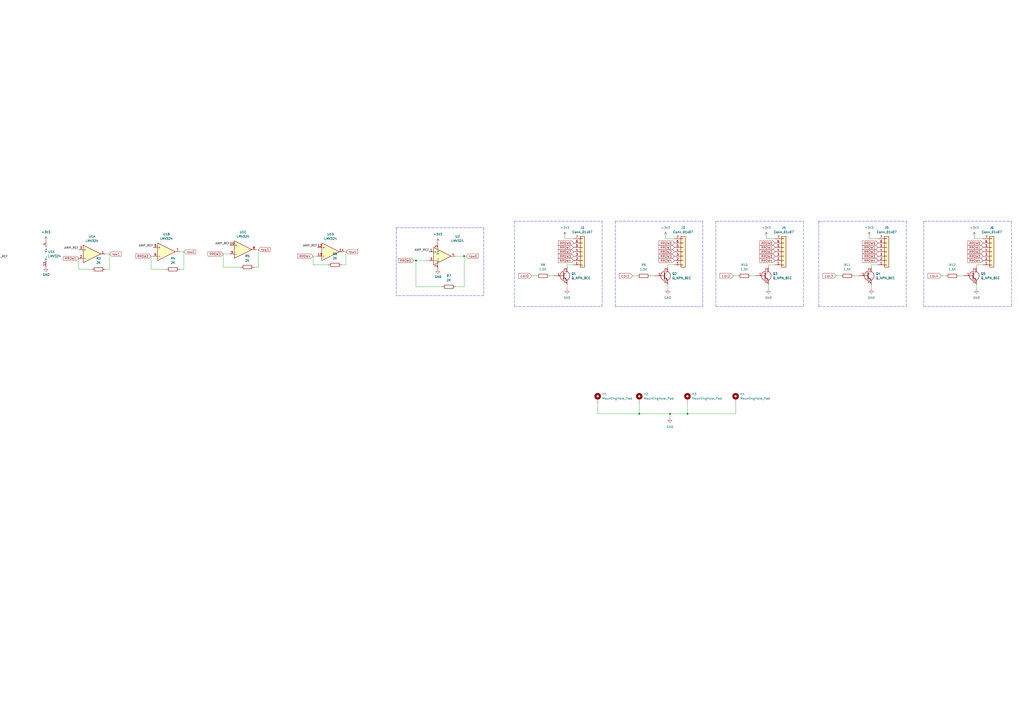
<source format=kicad_sch>
(kicad_sch (version 20211123) (generator eeschema)
  (paper "A2")
  (lib_symbols
    (symbol "Amplifier_Operational:LMV321" (pin_names (offset 0.127))
      (property "Reference" "U" (at 0 5.08 0))
      (property "Value" "LMV321" (at 0 -5.08 0))
      (symbol "LMV321_0_1"
        (polyline (pts (xy -5.08 5.08) (xy 5.08 0) (xy -5.08 -5.08) (xy -5.08 5.08)) (stroke (width 0.254)) (fill (type background)))
        (pin power_in line (at -2.54 -7.62 90) (length 3.81) (name "V-") (number "2"))
        (pin power_in line (at -2.54 7.62 270) (length 3.81) (name "V+") (number "5"))
      )
      (symbol "LMV321_1_1"
        (pin input line (at -7.62 2.54 0) (length 2.54) (name "+") (number "1"))
        (pin input line (at -7.62 -2.54 0) (length 2.54) (name "-") (number "3"))
        (pin output line (at 7.62 0 180) (length 2.54) (name "~") (number "4"))
      )
    )
    (symbol "Amplifier_Operational:LMV324" (pin_names (offset 0.127))
      (property "Reference" "U" (at 0 5.08 0))
      (property "Value" "LMV324" (at 0 -5.08 0))
      (symbol "LMV324_1_1"
        (polyline (pts (xy -5.08 5.08) (xy 5.08 0) (xy -5.08 -5.08) (xy -5.08 5.08)) (stroke (width 0.254)) (fill (type background)))
        (pin output line (at 7.62 0 180) (length 2.54) (name "~") (number "1"))
        (pin input line (at -7.62 -2.54 0) (length 2.54) (name "-") (number "2"))
        (pin input line (at -7.62 2.54 0) (length 2.54) (name "+") (number "3"))
      )
      (symbol "LMV324_2_1"
        (polyline (pts (xy -5.08 5.08) (xy 5.08 0) (xy -5.08 -5.08) (xy -5.08 5.08)) (stroke (width 0.254)) (fill (type background)))
        (pin input line (at -7.62 2.54 0) (length 2.54) (name "+") (number "5"))
        (pin input line (at -7.62 -2.54 0) (length 2.54) (name "-") (number "6"))
        (pin output line (at 7.62 0 180) (length 2.54) (name "~") (number "7"))
      )
      (symbol "LMV324_3_1"
        (polyline (pts (xy -5.08 5.08) (xy 5.08 0) (xy -5.08 -5.08) (xy -5.08 5.08)) (stroke (width 0.254)) (fill (type background)))
        (pin input line (at -7.62 2.54 0) (length 2.54) (name "+") (number "10"))
        (pin output line (at 7.62 0 180) (length 2.54) (name "~") (number "8"))
        (pin input line (at -7.62 -2.54 0) (length 2.54) (name "-") (number "9"))
      )
      (symbol "LMV324_4_1"
        (polyline (pts (xy -5.08 5.08) (xy 5.08 0) (xy -5.08 -5.08) (xy -5.08 5.08)) (stroke (width 0.254)) (fill (type background)))
        (pin input line (at -7.62 2.54 0) (length 2.54) (name "+") (number "12"))
        (pin input line (at -7.62 -2.54 0) (length 2.54) (name "-") (number "13"))
        (pin output line (at 7.62 0 180) (length 2.54) (name "~") (number "14"))
      )
      (symbol "LMV324_5_1"
        (pin power_in line (at -2.54 -7.62 90) (length 3.81) (name "V-") (number "11"))
        (pin power_in line (at -2.54 7.62 270) (length 3.81) (name "V+") (number "4"))
      )
    )
    (symbol "Connector_Generic:Conn_01x07" (pin_names (offset 1.016) hide)
      (property "Reference" "J" (at 0 10.16 0))
      (property "Value" "Conn_01x07" (at 0 -10.16 0))
      (symbol "Conn_01x07_1_1"
        (rectangle (start -1.27 -7.493) (end 0 -7.747) (stroke (width 0.1524)))
        (rectangle (start -1.27 -4.953) (end 0 -5.207) (stroke (width 0.1524)))
        (rectangle (start -1.27 -2.413) (end 0 -2.667) (stroke (width 0.1524)))
        (rectangle (start -1.27 0.127) (end 0 -0.127) (stroke (width 0.1524)))
        (rectangle (start -1.27 2.667) (end 0 2.413) (stroke (width 0.1524)))
        (rectangle (start -1.27 5.207) (end 0 4.953) (stroke (width 0.1524)))
        (rectangle (start -1.27 7.747) (end 0 7.493) (stroke (width 0.1524)))
        (rectangle (start -1.27 8.89) (end 1.27 -8.89) (stroke (width 0.254)) (fill (type background)))
        (pin passive line (at -5.08 7.62 0) (length 3.81) (name "Pin_1") (number "1"))
        (pin passive line (at -5.08 5.08 0) (length 3.81) (name "Pin_2") (number "2"))
        (pin passive line (at -5.08 2.54 0) (length 3.81) (name "Pin_3") (number "3"))
        (pin passive line (at -5.08 0 0) (length 3.81) (name "Pin_4") (number "4"))
        (pin passive line (at -5.08 -2.54 0) (length 3.81) (name "Pin_5") (number "5"))
        (pin passive line (at -5.08 -5.08 0) (length 3.81) (name "Pin_6") (number "6"))
        (pin passive line (at -5.08 -7.62 0) (length 3.81) (name "Pin_7") (number "7"))
      )
    )
    (symbol "Connector_Generic:Conn_02x07_Odd_Even" (pin_names (offset 1.016) hide)
      (property "Reference" "J" (at 1.27 10.16 0))
      (property "Value" "Conn_02x07_Odd_Even" (at 1.27 -10.16 0))
      (symbol "Conn_02x07_Odd_Even_1_1"
        (rectangle (start -1.27 -7.493) (end 0 -7.747) (stroke (width 0.1524)))
        (rectangle (start -1.27 -4.953) (end 0 -5.207) (stroke (width 0.1524)))
        (rectangle (start -1.27 -2.413) (end 0 -2.667) (stroke (width 0.1524)))
        (rectangle (start -1.27 0.127) (end 0 -0.127) (stroke (width 0.1524)))
        (rectangle (start -1.27 2.667) (end 0 2.413) (stroke (width 0.1524)))
        (rectangle (start -1.27 5.207) (end 0 4.953) (stroke (width 0.1524)))
        (rectangle (start -1.27 7.747) (end 0 7.493) (stroke (width 0.1524)))
        (rectangle (start -1.27 8.89) (end 3.81 -8.89) (stroke (width 0.254)) (fill (type background)))
        (rectangle (start 3.81 -7.493) (end 2.54 -7.747) (stroke (width 0.1524)))
        (rectangle (start 3.81 -4.953) (end 2.54 -5.207) (stroke (width 0.1524)))
        (rectangle (start 3.81 -2.413) (end 2.54 -2.667) (stroke (width 0.1524)))
        (rectangle (start 3.81 0.127) (end 2.54 -0.127) (stroke (width 0.1524)))
        (rectangle (start 3.81 2.667) (end 2.54 2.413) (stroke (width 0.1524)))
        (rectangle (start 3.81 5.207) (end 2.54 4.953) (stroke (width 0.1524)))
        (rectangle (start 3.81 7.747) (end 2.54 7.493) (stroke (width 0.1524)))
        (pin passive line (at -5.08 7.62 0) (length 3.81) (name "Pin_1") (number "1"))
        (pin passive line (at 7.62 -2.54 180) (length 3.81) (name "Pin_10") (number "10"))
        (pin passive line (at -5.08 -5.08 0) (length 3.81) (name "Pin_11") (number "11"))
        (pin passive line (at 7.62 -5.08 180) (length 3.81) (name "Pin_12") (number "12"))
        (pin passive line (at -5.08 -7.62 0) (length 3.81) (name "Pin_13") (number "13"))
        (pin passive line (at 7.62 -7.62 180) (length 3.81) (name "Pin_14") (number "14"))
        (pin passive line (at 7.62 7.62 180) (length 3.81) (name "Pin_2") (number "2"))
        (pin passive line (at -5.08 5.08 0) (length 3.81) (name "Pin_3") (number "3"))
        (pin passive line (at 7.62 5.08 180) (length 3.81) (name "Pin_4") (number "4"))
        (pin passive line (at -5.08 2.54 0) (length 3.81) (name "Pin_5") (number "5"))
        (pin passive line (at 7.62 2.54 180) (length 3.81) (name "Pin_6") (number "6"))
        (pin passive line (at -5.08 0 0) (length 3.81) (name "Pin_7") (number "7"))
        (pin passive line (at 7.62 0 180) (length 3.81) (name "Pin_8") (number "8"))
        (pin passive line (at -5.08 -2.54 0) (length 3.81) (name "Pin_9") (number "9"))
      )
    )
    (symbol "Device:Q_NPN_BEC" (pin_names (offset 0) hide)
      (property "Reference" "Q" (at 5.08 1.27 0))
      (property "Value" "Q_NPN_BEC" (at 5.08 -1.27 0))
      (symbol "Q_NPN_BEC_0_1"
        (polyline (pts (xy 0.635 0.635) (xy 2.54 2.54)))
        (polyline (pts (xy 0.635 -0.635) (xy 2.54 -2.54) (xy 2.54 -2.54)))
        (polyline (pts (xy 0.635 1.905) (xy 0.635 -1.905) (xy 0.635 -1.905)) (stroke (width 0.508)))
        (polyline (pts (xy 1.27 -1.778) (xy 1.778 -1.27) (xy 2.286 -2.286) (xy 1.27 -1.778) (xy 1.27 -1.778)) (fill (type outline)))
        (circle (center 1.27 0) (radius 2.8194) (stroke (width 0.254)))
      )
      (symbol "Q_NPN_BEC_1_1"
        (pin input line (at -5.08 0 0) (length 5.715) (name "B") (number "1"))
        (pin passive line (at 2.54 -5.08 90) (length 2.54) (name "E") (number "2"))
        (pin passive line (at 2.54 5.08 270) (length 2.54) (name "C") (number "3"))
      )
    )
    (symbol "Device:R" (pin_numbers hide) (pin_names (offset 0))
      (property "Reference" "R" (at 2.032 0 90))
      (property "Value" "R" (at 0 0 90))
      (symbol "R_0_1"
        (rectangle (start -1.016 -2.54) (end 1.016 2.54) (stroke (width 0.254)))
      )
      (symbol "R_1_1"
        (pin passive line (at 0 3.81 270) (length 1.27) (name "~") (number "1"))
        (pin passive line (at 0 -3.81 90) (length 1.27) (name "~") (number "2"))
      )
    )
    (symbol "Device:R_Small" (pin_numbers hide) (pin_names (offset 0.254) hide)
      (property "Reference" "R" (at 0.762 0.508 0))
      (property "Value" "R_Small" (at 0.762 -1.016 0))
      (symbol "R_Small_0_1"
        (rectangle (start -0.762 1.778) (end 0.762 -1.778) (stroke (width 0.2032)))
      )
      (symbol "R_Small_1_1"
        (pin passive line (at 0 2.54 270) (length 0.762) (name "~") (number "1"))
        (pin passive line (at 0 -2.54 90) (length 0.762) (name "~") (number "2"))
      )
    )
    (symbol "Mechanical:MountingHole_Pad" (pin_numbers hide) (pin_names (offset 1.016) hide)
      (property "Reference" "H" (at 0 6.35 0))
      (property "Value" "MountingHole_Pad" (at 0 4.445 0))
      (symbol "MountingHole_Pad_0_1"
        (circle (center 0 1.27) (radius 1.27) (stroke (width 1.27)))
      )
      (symbol "MountingHole_Pad_1_1"
        (pin input line (at 0 -2.54 90) (length 2.54) (name "1") (number "1"))
      )
    )
    (symbol "power:+3.3V" (power) (pin_names (offset 0))
      (property "Value" "+3.3V" (at 0 3.556 0))
      (symbol "+3.3V_0_1"
        (polyline (pts (xy -0.762 1.27) (xy 0 2.54)))
        (polyline (pts (xy 0 0) (xy 0 2.54)))
        (polyline (pts (xy 0 2.54) (xy 0.762 1.27)))
      )
      (symbol "+3.3V_1_1"
        (pin power_in line (at 0 0 90) (length 0) hide (name "+3V3") (number "1"))
      )
    )
    (symbol "power:GND" (power) (pin_names (offset 0))
      (property "Value" "GND" (at 0 -3.81 0))
      (symbol "GND_0_1"
        (polyline (pts (xy 0 0) (xy 0 -1.27) (xy 1.27 -1.27) (xy 0 -2.54) (xy -1.27 -1.27) (xy 0 -1.27)))
      )
      (symbol "GND_1_1"
        (pin power_in line (at 0 0 270) (length 0) hide (name "GND") (number "1"))
      )
    )
  )
  (junction (at 398.78 240.03))
  (junction (at 241.3 151.13))
  (junction (at 269.24 148.59))
  (junction (at 370.84 240.03))
  (junction (at -8.89 149.86))
  (junction (at 388.62 240.03))
  (polyline (pts (xy 474.98 177.8) (xy 525.78 177.8)))
  (wire (pts (xy 184.15 148.59) (xy 181.61 148.59)))
  (wire (pts (xy 332.74 153.67) (xy 328.93 153.67)))
  (wire (pts (xy 346.71 233.68) (xy 346.71 240.03)))
  (wire (pts (xy 149.86 154.94) (xy 147.32 154.94)))
  (wire (pts (xy 566.42 165.1) (xy 566.42 167.64)))
  (wire (pts (xy 256.54 166.37) (xy 241.3 166.37)))
  (polyline (pts (xy 474.98 128.27) (xy 525.78 128.27)))
  (polyline (pts (xy 586.74 177.8) (xy 586.74 128.27)))
  (wire (pts (xy 264.16 166.37) (xy 269.24 166.37)))
  (polyline (pts (xy 415.29 128.27) (xy 466.09 128.27)))
  (wire (pts (xy 241.3 151.13) (xy 248.92 151.13)))
  (polyline (pts (xy 535.94 128.27) (xy 586.74 128.27)))
  (polyline (pts (xy 356.87 128.27) (xy 407.67 128.27)))
  (polyline (pts (xy 356.87 128.27) (xy 356.87 177.8)))
  (wire (pts (xy 504.19 138.43) (xy 509.27 138.43)))
  (wire (pts (xy -8.89 139.7) (xy -8.89 142.24)))
  (wire (pts (xy 449.58 153.67) (xy 445.77 153.67)))
  (wire (pts (xy 565.15 137.16) (xy 565.15 138.43)))
  (wire (pts (xy 240.03 151.13) (xy 241.3 151.13)))
  (wire (pts (xy 106.68 146.05) (xy 104.14 146.05)))
  (wire (pts (xy 87.63 156.21) (xy 96.52 156.21)))
  (polyline (pts (xy 280.67 171.45) (xy 229.87 171.45)))
  (polyline (pts (xy 229.87 132.08) (xy 229.87 171.45)))
  (wire (pts (xy 485.14 160.02) (xy 487.68 160.02)))
  (wire (pts (xy 445.77 165.1) (xy 445.77 167.64)))
  (wire (pts (xy 181.61 153.67) (xy 190.5 153.67)))
  (wire (pts (xy 426.72 240.03) (xy 426.72 233.68)))
  (wire (pts (xy 106.68 156.21) (xy 106.68 146.05)))
  (wire (pts (xy -81.28 147.32) (xy -71.12 147.32)))
  (wire (pts (xy 88.9 148.59) (xy 87.63 148.59)))
  (wire (pts (xy 377.19 160.02) (xy 379.73 160.02)))
  (wire (pts (xy 391.16 153.67) (xy 387.35 153.67)))
  (wire (pts (xy 435.61 160.02) (xy 438.15 160.02)))
  (polyline (pts (xy 349.25 177.8) (xy 349.25 128.27)))
  (wire (pts (xy 505.46 153.67) (xy 505.46 154.94)))
  (wire (pts (xy 200.66 146.05) (xy 200.66 153.67)))
  (wire (pts (xy 398.78 233.68) (xy 398.78 240.03)))
  (wire (pts (xy 269.24 166.37) (xy 269.24 148.59)))
  (wire (pts (xy 566.42 153.67) (xy 566.42 154.94)))
  (wire (pts (xy 327.66 137.16) (xy 327.66 138.43)))
  (wire (pts (xy 133.35 147.32) (xy 129.54 147.32)))
  (wire (pts (xy 388.62 240.03) (xy 388.62 242.57)))
  (wire (pts (xy 149.86 144.78) (xy 149.86 154.94)))
  (polyline (pts (xy 525.78 177.8) (xy 525.78 128.27)))
  (wire (pts (xy 398.78 240.03) (xy 426.72 240.03)))
  (polyline (pts (xy 356.87 177.8) (xy 407.67 177.8)))
  (wire (pts (xy 181.61 148.59) (xy 181.61 153.67)))
  (polyline (pts (xy 466.09 177.8) (xy 466.09 128.27)))
  (wire (pts (xy 444.5 138.43) (xy 449.58 138.43)))
  (wire (pts (xy 308.61 160.02) (xy 311.15 160.02)))
  (wire (pts (xy -81.28 152.4) (xy -71.12 152.4)))
  (wire (pts (xy 199.39 146.05) (xy 200.66 146.05)))
  (wire (pts (xy -49.53 142.24) (xy -49.53 137.16)))
  (wire (pts (xy 327.66 138.43) (xy 332.74 138.43)))
  (polyline (pts (xy 415.29 177.8) (xy 466.09 177.8)))
  (wire (pts (xy 367.03 160.02) (xy 369.57 160.02)))
  (wire (pts (xy 318.77 160.02) (xy 321.31 160.02)))
  (polyline (pts (xy 535.94 177.8) (xy 586.74 177.8)))
  (wire (pts (xy 565.15 138.43) (xy 570.23 138.43)))
  (wire (pts (xy 387.35 153.67) (xy 387.35 154.94)))
  (wire (pts (xy 387.35 165.1) (xy 387.35 167.64)))
  (polyline (pts (xy 415.29 128.27) (xy 415.29 177.8)))
  (wire (pts (xy 509.27 153.67) (xy 505.46 153.67)))
  (wire (pts (xy 425.45 160.02) (xy 427.99 160.02)))
  (wire (pts (xy 495.3 160.02) (xy 497.84 160.02)))
  (wire (pts (xy 370.84 240.03) (xy 388.62 240.03)))
  (wire (pts (xy 445.77 153.67) (xy 445.77 154.94)))
  (wire (pts (xy 370.84 233.68) (xy 370.84 240.03)))
  (wire (pts (xy -49.53 152.4) (xy -58.42 152.4)))
  (polyline (pts (xy 298.45 128.27) (xy 349.25 128.27)))
  (wire (pts (xy -8.89 149.86) (xy -8.89 151.13)))
  (wire (pts (xy -82.55 142.24) (xy -82.55 137.16)))
  (wire (pts (xy -8.89 147.32) (xy -8.89 149.86)))
  (wire (pts (xy 386.08 138.43) (xy 391.16 138.43)))
  (wire (pts (xy 328.93 153.67) (xy 328.93 154.94)))
  (wire (pts (xy 505.46 165.1) (xy 505.46 167.64)))
  (polyline (pts (xy 407.67 177.8) (xy 407.67 128.27)))
  (wire (pts (xy 148.59 144.78) (xy 149.86 144.78)))
  (polyline (pts (xy 280.67 132.08) (xy 280.67 171.45)))
  (wire (pts (xy 45.72 156.21) (xy 53.34 156.21)))
  (wire (pts (xy 200.66 153.67) (xy 198.12 153.67)))
  (wire (pts (xy -71.12 142.24) (xy -82.55 142.24)))
  (wire (pts (xy 87.63 148.59) (xy 87.63 156.21)))
  (wire (pts (xy 63.5 147.32) (xy 63.5 156.21)))
  (wire (pts (xy 386.08 137.16) (xy 386.08 138.43)))
  (wire (pts (xy 269.24 148.59) (xy 270.51 148.59)))
  (wire (pts (xy -8.89 149.86) (xy -3.81 149.86)))
  (wire (pts (xy 388.62 240.03) (xy 398.78 240.03)))
  (polyline (pts (xy 535.94 128.27) (xy 535.94 177.8)))
  (wire (pts (xy 444.5 137.16) (xy 444.5 138.43)))
  (wire (pts (xy 129.54 154.94) (xy 139.7 154.94)))
  (wire (pts (xy -50.8 147.32) (xy -58.42 147.32)))
  (wire (pts (xy 546.1 160.02) (xy 548.64 160.02)))
  (wire (pts (xy 346.71 240.03) (xy 370.84 240.03)))
  (polyline (pts (xy 298.45 128.27) (xy 298.45 177.8)))
  (polyline (pts (xy 229.87 132.08) (xy 280.67 132.08)))
  (wire (pts (xy 328.93 165.1) (xy 328.93 167.64)))
  (wire (pts (xy 45.72 149.86) (xy 45.72 156.21)))
  (wire (pts (xy 104.14 156.21) (xy 106.68 156.21)))
  (wire (pts (xy -58.42 142.24) (xy -49.53 142.24)))
  (polyline (pts (xy 474.98 128.27) (xy 474.98 177.8)))
  (wire (pts (xy 264.16 148.59) (xy 269.24 148.59)))
  (wire (pts (xy 241.3 166.37) (xy 241.3 151.13)))
  (wire (pts (xy 570.23 153.67) (xy 566.42 153.67)))
  (wire (pts (xy 60.96 147.32) (xy 63.5 147.32)))
  (wire (pts (xy 63.5 156.21) (xy 60.96 156.21)))
  (polyline (pts (xy 298.45 177.8) (xy 349.25 177.8)))
  (wire (pts (xy 504.19 137.16) (xy 504.19 138.43)))
  (wire (pts (xy 129.54 147.32) (xy 129.54 154.94)))
  (wire (pts (xy 556.26 160.02) (xy 558.8 160.02)))
  (label "AMP_REF" (at 88.9 143.51 180))
  (label "AMP_REF" (at -3.81 149.86 0))
  (label "AMP_REF" (at 45.72 144.78 180))
  (label "AMP_REF" (at 133.35 142.24 180))
  (label "AMP_REF" (at 184.15 143.51 180))
  (label "AMP_REF" (at 248.92 146.05 180))
  (global_label "row0" (shape input) (at -58.42 144.78 0) (property "Intersheet References" "${INTERSHEET_REFS}" (effects hide)))
  (global_label "RROW4" (shape input) (at 509.27 151.13 180) (property "Intersheet References" "${INTERSHEET_REFS}" (effects hide)))
  (global_label "col0" (shape input) (at -71.12 144.78 180) (effects (font (size 1.524 1.524))) (property "Intersheet References" "${INTERSHEET_REFS}" (effects hide)))
  (global_label "RROW2" (shape input) (at 509.27 146.05 180) (property "Intersheet References" "${INTERSHEET_REFS}" (effects hide)))
  (global_label "row0" (shape input) (at 270.51 148.59 0) (property "Intersheet References" "${INTERSHEET_REFS}" (effects hide)))
  (global_label "RROW1" (shape input) (at 45.72 149.86 180) (property "Intersheet References" "${INTERSHEET_REFS}" (effects hide)))
  (global_label "RROW1" (shape input) (at 449.58 143.51 180) (property "Intersheet References" "${INTERSHEET_REFS}" (effects hide)))
  (global_label "RROW0" (shape input) (at 332.74 140.97 180) (property "Intersheet References" "${INTERSHEET_REFS}" (effects hide)))
  (global_label "RROW2" (shape input) (at 391.16 146.05 180) (property "Intersheet References" "${INTERSHEET_REFS}" (effects hide)))
  (global_label "col2" (shape input) (at 425.45 160.02 180) (effects (font (size 1.524 1.524))) (property "Intersheet References" "${INTERSHEET_REFS}" (effects hide)))
  (global_label "RROW4" (shape input) (at 570.23 151.13 180) (property "Intersheet References" "${INTERSHEET_REFS}" (effects hide)))
  (global_label "RROW0" (shape input) (at 391.16 140.97 180) (property "Intersheet References" "${INTERSHEET_REFS}" (effects hide)))
  (global_label "col2" (shape input) (at -71.12 149.86 180) (effects (font (size 1.524 1.524))) (property "Intersheet References" "${INTERSHEET_REFS}" (effects hide)))
  (global_label "RROW3" (shape input) (at 129.54 147.32 180) (property "Intersheet References" "${INTERSHEET_REFS}" (effects hide)))
  (global_label "RROW0" (shape input) (at 449.58 140.97 180) (property "Intersheet References" "${INTERSHEET_REFS}" (effects hide)))
  (global_label "RROW0" (shape input) (at 570.23 140.97 180) (property "Intersheet References" "${INTERSHEET_REFS}" (effects hide)))
  (global_label "row1" (shape input) (at -58.42 149.86 0) (property "Intersheet References" "${INTERSHEET_REFS}" (effects hide)))
  (global_label "col4" (shape input) (at 546.1 160.02 180) (effects (font (size 1.524 1.524))) (property "Intersheet References" "${INTERSHEET_REFS}" (effects hide)))
  (global_label "RROW2" (shape input) (at 449.58 146.05 180) (property "Intersheet References" "${INTERSHEET_REFS}" (effects hide)))
  (global_label "RROW1" (shape input) (at 509.27 143.51 180) (property "Intersheet References" "${INTERSHEET_REFS}" (effects hide)))
  (global_label "RROW3" (shape input) (at 332.74 148.59 180) (property "Intersheet References" "${INTERSHEET_REFS}" (effects hide)))
  (global_label "col1" (shape input) (at -81.28 147.32 180) (effects (font (size 1.524 1.524))) (property "Intersheet References" "${INTERSHEET_REFS}" (effects hide)))
  (global_label "RROW1" (shape input) (at 332.74 143.51 180) (property "Intersheet References" "${INTERSHEET_REFS}" (effects hide)))
  (global_label "col1" (shape input) (at 367.03 160.02 180) (effects (font (size 1.524 1.524))) (property "Intersheet References" "${INTERSHEET_REFS}" (effects hide)))
  (global_label "RROW2" (shape input) (at 332.74 146.05 180) (property "Intersheet References" "${INTERSHEET_REFS}" (effects hide)))
  (global_label "RROW1" (shape input) (at 391.16 143.51 180) (property "Intersheet References" "${INTERSHEET_REFS}" (effects hide)))
  (global_label "RROW3" (shape input) (at 391.16 148.59 180) (property "Intersheet References" "${INTERSHEET_REFS}" (effects hide)))
  (global_label "RROW4" (shape input) (at 332.74 151.13 180) (property "Intersheet References" "${INTERSHEET_REFS}" (effects hide)))
  (global_label "row2" (shape input) (at 106.68 146.05 0) (property "Intersheet References" "${INTERSHEET_REFS}" (effects hide)))
  (global_label "row4" (shape input) (at 200.66 146.05 0) (property "Intersheet References" "${INTERSHEET_REFS}" (effects hide)))
  (global_label "RROW4" (shape input) (at 391.16 151.13 180) (property "Intersheet References" "${INTERSHEET_REFS}" (effects hide)))
  (global_label "RROW2" (shape input) (at 87.63 148.59 180) (property "Intersheet References" "${INTERSHEET_REFS}" (effects hide)))
  (global_label "RROW4" (shape input) (at 449.58 151.13 180) (property "Intersheet References" "${INTERSHEET_REFS}" (effects hide)))
  (global_label "RROW3" (shape input) (at 449.58 148.59 180) (property "Intersheet References" "${INTERSHEET_REFS}" (effects hide)))
  (global_label "row4" (shape input) (at -49.53 152.4 0) (property "Intersheet References" "${INTERSHEET_REFS}" (effects hide)))
  (global_label "col3" (shape input) (at 485.14 160.02 180) (effects (font (size 1.524 1.524))) (property "Intersheet References" "${INTERSHEET_REFS}" (effects hide)))
  (global_label "col0" (shape input) (at 308.61 160.02 180) (effects (font (size 1.524 1.524))) (property "Intersheet References" "${INTERSHEET_REFS}" (effects hide)))
  (global_label "col3" (shape input) (at -81.28 152.4 180) (effects (font (size 1.524 1.524))) (property "Intersheet References" "${INTERSHEET_REFS}" (effects hide)))
  (global_label "row3" (shape input) (at -58.42 154.94 0) (property "Intersheet References" "${INTERSHEET_REFS}" (effects hide)))
  (global_label "row3" (shape input) (at 149.86 144.78 0) (property "Intersheet References" "${INTERSHEET_REFS}" (effects hide)))
  (global_label "RROW3" (shape input) (at 509.27 148.59 180) (property "Intersheet References" "${INTERSHEET_REFS}" (effects hide)))
  (global_label "row1" (shape input) (at 63.5 147.32 0) (property "Intersheet References" "${INTERSHEET_REFS}" (effects hide)))
  (global_label "col4" (shape input) (at -71.12 154.94 180) (effects (font (size 1.524 1.524))) (property "Intersheet References" "${INTERSHEET_REFS}" (effects hide)))
  (global_label "RROW3" (shape input) (at 570.23 148.59 180) (property "Intersheet References" "${INTERSHEET_REFS}" (effects hide)))
  (global_label "RROW4" (shape input) (at 181.61 148.59 180) (property "Intersheet References" "${INTERSHEET_REFS}" (effects hide)))
  (global_label "RROW0" (shape input) (at 509.27 140.97 180) (property "Intersheet References" "${INTERSHEET_REFS}" (effects hide)))
  (global_label "RROW0" (shape input) (at 240.03 151.13 180) (property "Intersheet References" "${INTERSHEET_REFS}" (effects hide)))
  (global_label "RROW2" (shape input) (at 570.23 146.05 180) (property "Intersheet References" "${INTERSHEET_REFS}" (effects hide)))
  (global_label "row2" (shape input) (at -50.8 147.32 0) (property "Intersheet References" "${INTERSHEET_REFS}" (effects hide)))
  (global_label "RROW1" (shape input) (at 570.23 143.51 180) (property "Intersheet References" "${INTERSHEET_REFS}" (effects hide)))
  (symbol (lib_id "Device:Q_NPN_BEC") (at 384.81 160.02 0) (unit 1)
    (property "Reference" "Q2" (at 389.89 158.7499 0) (effects (justify left)))
    (property "Value" "Q_NPN_BEC" (at 389.89 161.2899 0) (effects (justify left)))
    (property "Footprint" "Package_TO_SOT_SMD:SOT-23_Handsoldering" (effects hide))
  )
  (symbol (lib_id "Amplifier_Operational:LMV324") (at 29.21 147.32 0) (unit 5)
    (property "Reference" "U1" (at 27.94 146.0499 0) (effects (justify left)))
    (property "Value" "LMV324" (at 27.94 148.5899 0) (effects (justify left)))
    (property "Footprint" "Package_SO:SOIC-14_3.9x8.7mm_P1.27mm" (effects hide))
    (property "Datasheet" "http://www.ti.com/lit/ds/symlink/lmv324.pdf" (effects hide))
  )
  (symbol (lib_id "power:GND") (at -71.12 157.48 0) (unit 1)
    (property "Reference" "#PWR0101" (effects hide))
    (property "Value" "GND" (at -70.993 161.8742 0))
  )
  (symbol (lib_id "Device:R") (at 143.51 154.94 90) (unit 1)
    (property "Reference" "R5" (at 143.51 148.59 90))
    (property "Value" "2K" (at 143.51 151.13 90))
    (property "Footprint" "Resistor_SMD:R_0805_2012Metric_Pad1.20x1.40mm_HandSolder" (effects hide))
  )
  (symbol (lib_id "Amplifier_Operational:LMV324") (at 191.77 146.05 0) (unit 4)
    (property "Reference" "U1" (at 191.77 135.89 0))
    (property "Value" "LMV324" (at 191.77 138.43 0))
    (property "Footprint" "Package_SO:SOIC-14_3.9x8.7mm_P1.27mm" (effects hide))
    (property "Datasheet" "http://www.ti.com/lit/ds/symlink/lmv324.pdf" (effects hide))
  )
  (symbol (lib_id "Connector_Generic:Conn_01x07") (at 337.82 146.05 0) (mirror x) (unit 1)
    (property "Reference" "J2" (at 337.82 132.08 0))
    (property "Value" "Conn_01x07" (at 337.82 134.62 0))
    (property "Footprint" "extension_board:JST_ZH_B7B-ZR_1x07_P1.50mm_Vertical" (effects hide))
  )
  (symbol (lib_id "power:+3.3V") (at 26.67 139.7 0) (unit 1)
    (property "Reference" "#PWR06" (effects hide))
    (property "Value" "+3.3V" (at 26.67 134.62 0))
  )
  (symbol (lib_id "Device:R_Small") (at -8.89 153.67 0) (unit 1)
    (property "Reference" "R2" (at -7.3914 152.5016 0) (effects (justify left)))
    (property "Value" "390k" (at -7.3914 154.813 0) (effects (justify left)))
    (property "Footprint" "Resistor_SMD:R_0805_2012Metric_Pad1.20x1.40mm_HandSolder" (effects hide))
  )
  (symbol (lib_id "Device:R") (at 373.38 160.02 90) (unit 1)
    (property "Reference" "R9" (at 373.38 153.67 90))
    (property "Value" "1.5K" (at 373.38 156.21 90))
    (property "Footprint" "Resistor_SMD:R_0805_2012Metric_Pad1.20x1.40mm_HandSolder" (effects hide))
  )
  (symbol (lib_id "Amplifier_Operational:LMV324") (at 140.97 144.78 0) (unit 3)
    (property "Reference" "U1" (at 140.97 134.62 0))
    (property "Value" "LMV324" (at 140.97 137.16 0))
    (property "Footprint" "Package_SO:SOIC-14_3.9x8.7mm_P1.27mm" (effects hide))
    (property "Datasheet" "http://www.ti.com/lit/ds/symlink/lmv324.pdf" (effects hide))
  )
  (symbol (lib_id "power:+3.3V") (at 327.66 137.16 0) (unit 1)
    (property "Reference" "#PWR010" (effects hide))
    (property "Value" "+3.3V" (at 327.66 132.08 0))
  )
  (symbol (lib_id "Device:Q_NPN_BEC") (at 326.39 160.02 0) (unit 1)
    (property "Reference" "Q1" (at 331.47 158.7499 0) (effects (justify left)))
    (property "Value" "Q_NPN_BEC" (at 331.47 161.2899 0) (effects (justify left)))
    (property "Footprint" "Package_TO_SOT_SMD:SOT-23_Handsoldering" (effects hide))
  )
  (symbol (lib_id "Device:Q_NPN_BEC") (at 443.23 160.02 0) (unit 1)
    (property "Reference" "Q3" (at 448.31 158.7499 0) (effects (justify left)))
    (property "Value" "Q_NPN_BEC" (at 448.31 161.2899 0) (effects (justify left)))
    (property "Footprint" "Package_TO_SOT_SMD:SOT-23_Handsoldering" (effects hide))
  )
  (symbol (lib_id "Connector_Generic:Conn_01x07") (at 514.35 146.05 0) (mirror x) (unit 1)
    (property "Reference" "J5" (at 514.35 132.08 0))
    (property "Value" "Conn_01x07" (at 514.35 134.62 0))
    (property "Footprint" "extension_board:JST_ZH_B7B-ZR_1x07_P1.50mm_Vertical" (effects hide))
  )
  (symbol (lib_id "power:+3.3V") (at 386.08 137.16 0) (unit 1)
    (property "Reference" "#PWR012" (effects hide))
    (property "Value" "+3.3V" (at 386.08 132.08 0))
  )
  (symbol (lib_id "power:+3.3V") (at 444.5 137.16 0) (unit 1)
    (property "Reference" "#PWR014" (effects hide))
    (property "Value" "+3.3V" (at 444.5 132.08 0))
  )
  (symbol (lib_id "Device:R") (at 100.33 156.21 90) (unit 1)
    (property "Reference" "R4" (at 100.33 149.86 90))
    (property "Value" "2K" (at 100.33 152.4 90))
    (property "Footprint" "Resistor_SMD:R_0805_2012Metric_Pad1.20x1.40mm_HandSolder" (effects hide))
  )
  (symbol (lib_id "power:GND") (at 328.93 167.64 0) (unit 1)
    (property "Reference" "#PWR011" (effects hide))
    (property "Value" "GND" (at 328.93 172.72 0))
  )
  (symbol (lib_id "Amplifier_Operational:LMV324") (at 96.52 146.05 0) (unit 2)
    (property "Reference" "U1" (at 96.52 135.89 0))
    (property "Value" "LMV324" (at 96.52 138.43 0))
    (property "Footprint" "Package_SO:SOIC-14_3.9x8.7mm_P1.27mm" (effects hide))
    (property "Datasheet" "http://www.ti.com/lit/ds/symlink/lmv324.pdf" (effects hide))
  )
  (symbol (lib_id "power:+3.3V") (at 504.19 137.16 0) (unit 1)
    (property "Reference" "#PWR016" (effects hide))
    (property "Value" "+3.3V" (at 504.19 132.08 0))
  )
  (symbol (lib_id "Mechanical:MountingHole_Pad") (at 426.72 231.14 0) (unit 1)
    (property "Reference" "H4" (at 429.26 228.5999 0) (effects (justify left)))
    (property "Value" "MountingHole_Pad" (at 429.26 231.1399 0) (effects (justify left)))
    (property "Footprint" "MountingHole:MountingHole_3.2mm_M3_DIN965_Pad" (effects hide))
  )
  (symbol (lib_id "Connector_Generic:Conn_01x07") (at 575.31 146.05 0) (mirror x) (unit 1)
    (property "Reference" "J6" (at 575.31 132.08 0))
    (property "Value" "Conn_01x07" (at 575.31 134.62 0))
    (property "Footprint" "extension_board:JST_ZH_B7B-ZR_1x07_P1.50mm_Vertical" (effects hide))
  )
  (symbol (lib_id "power:+3.3V") (at 565.15 137.16 0) (unit 1)
    (property "Reference" "#PWR018" (effects hide))
    (property "Value" "+3.3V" (at 565.15 132.08 0))
  )
  (symbol (lib_id "Mechanical:MountingHole_Pad") (at 398.78 231.14 0) (unit 1)
    (property "Reference" "H3" (at 401.32 228.5999 0) (effects (justify left)))
    (property "Value" "MountingHole_Pad" (at 401.32 231.1399 0) (effects (justify left)))
    (property "Footprint" "MountingHole:MountingHole_3.2mm_M3_DIN965_Pad" (effects hide))
  )
  (symbol (lib_id "Device:R_Small") (at -8.89 144.78 0) (unit 1)
    (property "Reference" "R1" (at -7.3914 143.6116 0) (effects (justify left)))
    (property "Value" "100k" (at -7.3914 145.923 0) (effects (justify left)))
    (property "Footprint" "Resistor_SMD:R_0805_2012Metric_Pad1.20x1.40mm_HandSolder" (effects hide))
  )
  (symbol (lib_id "Device:R") (at 314.96 160.02 90) (unit 1)
    (property "Reference" "R8" (at 314.96 153.67 90))
    (property "Value" "1.5K" (at 314.96 156.21 90))
    (property "Footprint" "Resistor_SMD:R_0805_2012Metric_Pad1.20x1.40mm_HandSolder" (effects hide))
  )
  (symbol (lib_id "Device:R") (at 57.15 156.21 90) (unit 1)
    (property "Reference" "R3" (at 57.15 149.86 90))
    (property "Value" "2K" (at 57.15 152.4 90))
    (property "Footprint" "Resistor_SMD:R_0805_2012Metric_Pad1.20x1.40mm_HandSolder" (effects hide))
  )
  (symbol (lib_id "power:GND") (at 26.67 154.94 0) (unit 1)
    (property "Reference" "#PWR07" (effects hide))
    (property "Value" "GND" (at 26.797 159.3342 0))
  )
  (symbol (lib_id "Device:R") (at 491.49 160.02 90) (unit 1)
    (property "Reference" "R11" (at 491.49 153.67 90))
    (property "Value" "1.5K" (at 491.49 156.21 90))
    (property "Footprint" "Resistor_SMD:R_0805_2012Metric_Pad1.20x1.40mm_HandSolder" (effects hide))
  )
  (symbol (lib_id "power:GND") (at 445.77 167.64 0) (unit 1)
    (property "Reference" "#PWR015" (effects hide))
    (property "Value" "GND" (at 445.77 172.72 0))
  )
  (symbol (lib_id "Device:Q_NPN_BEC") (at 563.88 160.02 0) (unit 1)
    (property "Reference" "Q5" (at 568.96 158.7499 0) (effects (justify left)))
    (property "Value" "Q_NPN_BEC" (at 568.96 161.2899 0) (effects (justify left)))
    (property "Footprint" "Package_TO_SOT_SMD:SOT-23_Handsoldering" (effects hide))
  )
  (symbol (lib_id "Device:R") (at 431.8 160.02 90) (unit 1)
    (property "Reference" "R10" (at 431.8 153.67 90))
    (property "Value" "1.5K" (at 431.8 156.21 90))
    (property "Footprint" "Resistor_SMD:R_0805_2012Metric_Pad1.20x1.40mm_HandSolder" (effects hide))
  )
  (symbol (lib_id "Connector_Generic:Conn_01x07") (at 454.66 146.05 0) (mirror x) (unit 1)
    (property "Reference" "J4" (at 454.66 132.08 0))
    (property "Value" "Conn_01x07" (at 454.66 134.62 0))
    (property "Footprint" "extension_board:JST_ZH_B7B-ZR_1x07_P1.50mm_Vertical" (effects hide))
  )
  (symbol (lib_id "Amplifier_Operational:LMV324") (at 53.34 147.32 0) (unit 1)
    (property "Reference" "U1" (at 53.34 137.16 0))
    (property "Value" "LMV324" (at 53.34 139.7 0))
    (property "Footprint" "Package_SO:SOIC-14_3.9x8.7mm_P1.27mm" (effects hide))
    (property "Datasheet" "http://www.ti.com/lit/ds/symlink/lmv324.pdf" (effects hide))
  )
  (symbol (lib_id "Mechanical:MountingHole_Pad") (at 370.84 231.14 0) (unit 1)
    (property "Reference" "H2" (at 373.38 228.5999 0) (effects (justify left)))
    (property "Value" "MountingHole_Pad" (at 373.38 231.1399 0) (effects (justify left)))
    (property "Footprint" "MountingHole:MountingHole_3.2mm_M3_DIN965_Pad" (effects hide))
  )
  (symbol (lib_id "power:GND") (at 505.46 167.64 0) (unit 1)
    (property "Reference" "#PWR017" (effects hide))
    (property "Value" "GND" (at 505.46 172.72 0))
  )
  (symbol (lib_id "power:GND") (at 388.62 242.57 0) (unit 1)
    (property "Reference" "#PWR0104" (effects hide))
    (property "Value" "GND" (at 388.62 247.65 0))
  )
  (symbol (lib_id "Device:R") (at 194.31 153.67 90) (unit 1)
    (property "Reference" "R6" (at 194.31 147.32 90))
    (property "Value" "2K" (at 194.31 149.86 90))
    (property "Footprint" "Resistor_SMD:R_0805_2012Metric_Pad1.20x1.40mm_HandSolder" (effects hide))
  )
  (symbol (lib_id "power:+3.3V") (at -82.55 137.16 0) (unit 1)
    (property "Reference" "#PWR02" (effects hide))
    (property "Value" "+3.3V" (at -82.55 132.08 0))
  )
  (symbol (lib_id "Device:R") (at 552.45 160.02 90) (unit 1)
    (property "Reference" "R12" (at 552.45 153.67 90))
    (property "Value" "1.5K" (at 552.45 156.21 90))
    (property "Footprint" "Resistor_SMD:R_0805_2012Metric_Pad1.20x1.40mm_HandSolder" (effects hide))
  )
  (symbol (lib_id "power:GND") (at 387.35 167.64 0) (unit 1)
    (property "Reference" "#PWR013" (effects hide))
    (property "Value" "GND" (at 387.35 172.72 0))
  )
  (symbol (lib_id "Amplifier_Operational:LMV321") (at 256.54 148.59 0) (unit 1)
    (property "Reference" "U2" (at 265.43 137.16 0))
    (property "Value" "LMV321" (at 265.43 139.7 0))
    (property "Footprint" "Package_TO_SOT_SMD:SOT-23-5_HandSoldering" (effects hide))
    (property "Datasheet" "http://www.ti.com/lit/ds/symlink/lmv324.pdf" (effects hide))
  )
  (symbol (lib_id "power:GND") (at -8.89 156.21 0) (unit 1)
    (property "Reference" "#PWR05" (effects hide))
    (property "Value" "GND" (at -8.763 160.6042 0))
  )
  (symbol (lib_id "power:GND") (at 566.42 167.64 0) (unit 1)
    (property "Reference" "#PWR019" (effects hide))
    (property "Value" "GND" (at 566.42 172.72 0))
  )
  (symbol (lib_id "Connector_Generic:Conn_02x07_Odd_Even") (at -66.04 149.86 0) (unit 1)
    (property "Reference" "J1" (at -64.77 135.89 0))
    (property "Value" "Conn_02x07_Odd_Even" (at -64.77 138.43 0))
    (property "Footprint" "Connector_IDC:IDC-Header_2x07_P2.54mm_Vertical" (effects hide))
  )
  (symbol (lib_id "power:+3.3V") (at -49.53 137.16 0) (unit 1)
    (property "Reference" "#PWR0102" (effects hide))
    (property "Value" "+3.3V" (at -49.53 132.08 0))
  )
  (symbol (lib_id "power:+3.3V") (at -8.89 139.7 0) (unit 1)
    (property "Reference" "#PWR04" (effects hide))
    (property "Value" "+3.3V" (at -8.89 134.62 0))
  )
  (symbol (lib_id "Device:Q_NPN_BEC") (at 502.92 160.02 0) (unit 1)
    (property "Reference" "Q4" (at 508 158.7499 0) (effects (justify left)))
    (property "Value" "Q_NPN_BEC" (at 508 161.2899 0) (effects (justify left)))
    (property "Footprint" "Package_TO_SOT_SMD:SOT-23_Handsoldering" (effects hide))
  )
  (symbol (lib_id "power:GND") (at -58.42 157.48 0) (unit 1)
    (property "Reference" "#PWR0103" (effects hide))
    (property "Value" "GND" (at -58.293 161.8742 0))
  )
  (symbol (lib_id "Mechanical:MountingHole_Pad") (at 346.71 231.14 0) (unit 1)
    (property "Reference" "H1" (at 349.25 228.5999 0) (effects (justify left)))
    (property "Value" "MountingHole_Pad" (at 349.25 231.1399 0) (effects (justify left)))
    (property "Footprint" "MountingHole:MountingHole_3.2mm_M3_DIN965_Pad" (effects hide))
  )
  (symbol (lib_id "Device:R") (at 260.35 166.37 90) (unit 1)
    (property "Reference" "R7" (at 260.35 160.02 90))
    (property "Value" "2K" (at 260.35 162.56 90))
    (property "Footprint" "Resistor_SMD:R_0805_2012Metric_Pad1.20x1.40mm_HandSolder" (effects hide))
  )
  (symbol (lib_id "power:+3.3V") (at 254 140.97 0) (unit 1)
    (property "Reference" "#PWR08" (effects hide))
    (property "Value" "+3.3V" (at 254 135.89 0))
  )
  (symbol (lib_id "Connector_Generic:Conn_01x07") (at 396.24 146.05 0) (mirror x) (unit 1)
    (property "Reference" "J3" (at 396.24 132.08 0))
    (property "Value" "Conn_01x07" (at 396.24 134.62 0))
    (property "Footprint" "extension_board:JST_ZH_B7B-ZR_1x07_P1.50mm_Vertical" (effects hide))
  )
  (symbol (lib_id "power:GND") (at 254 156.21 0) (unit 1)
    (property "Reference" "#PWR09" (effects hide))
    (property "Value" "GND" (at 254.127 160.6042 0))
  )
)
</source>
